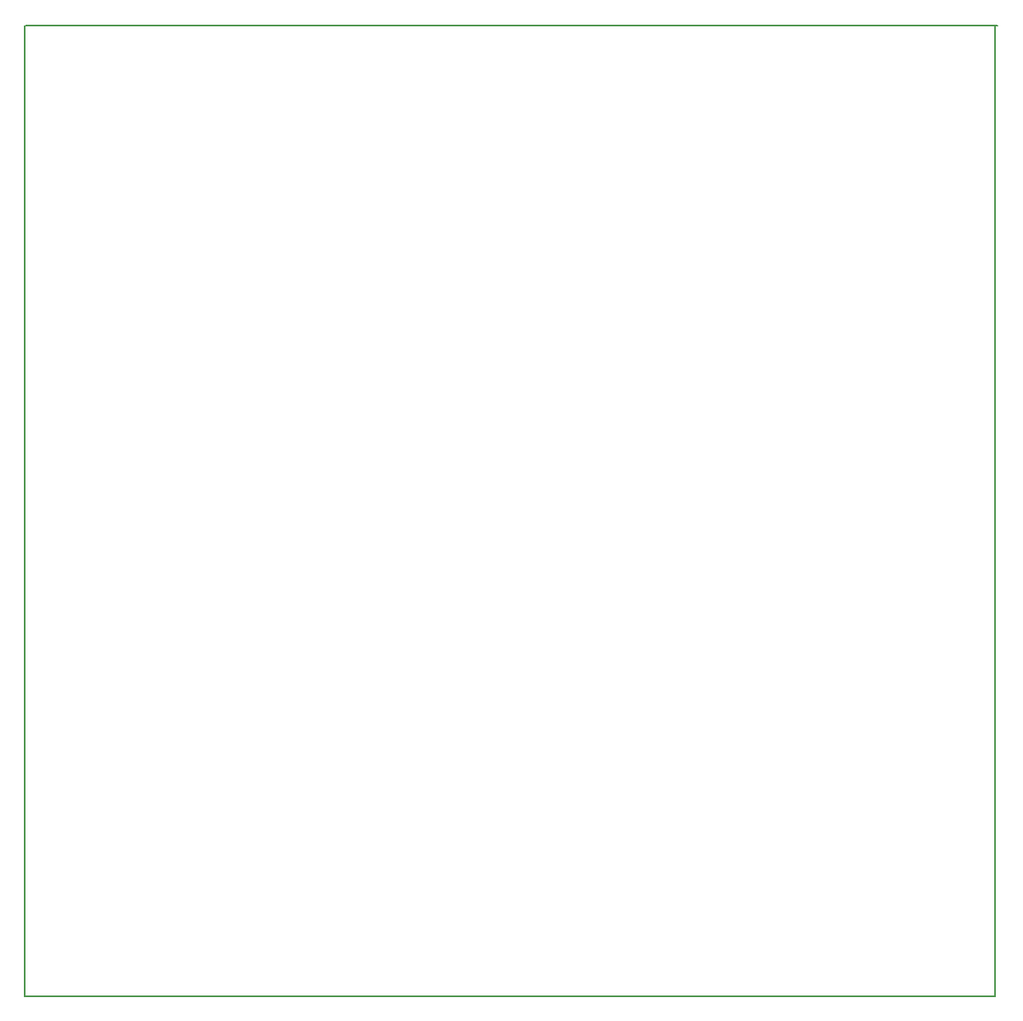
<source format=gbr>
G04 #@! TF.FileFunction,Profile,NP*
%FSLAX46Y46*%
G04 Gerber Fmt 4.6, Leading zero omitted, Abs format (unit mm)*
G04 Created by KiCad (PCBNEW 4.0.4+e1-6308~48~ubuntu14.04.1-stable) date Sat Oct 15 23:45:54 2016*
%MOMM*%
%LPD*%
G01*
G04 APERTURE LIST*
%ADD10C,0.100000*%
%ADD11C,0.150000*%
G04 APERTURE END LIST*
D10*
D11*
X74168000Y-150622000D02*
X74168000Y-50800000D01*
X173990000Y-150622000D02*
X74168000Y-150622000D01*
X173990000Y-50800000D02*
X173990000Y-150622000D01*
X74218800Y-50876200D02*
X174244000Y-50876200D01*
M02*

</source>
